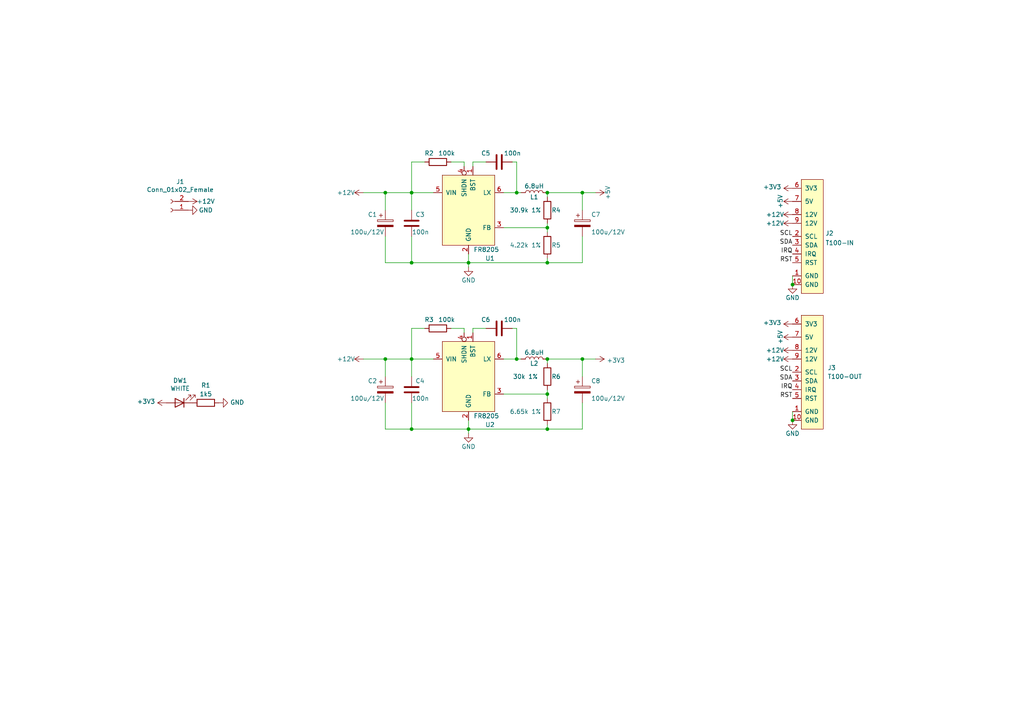
<source format=kicad_sch>
(kicad_sch (version 20210621) (generator eeschema)
  (paper "A4")
  (lib_symbols
    (symbol "Connector:Conn_01x02_Female" (pin_names (offset 1.016) hide)
      (property "Reference" "J" (at 0 2.54 0))
      (property "Value" "Conn_01x02_Female" (at 0 -5.08 0))
      (symbol "Conn_01x02_Female_1_1"
        (arc (start 0 -2.032) (mid -0.508 -2.54) (end 0 -3.048) (stroke (width 0.1524)))
        (polyline (pts (xy -1.27 -2.54) (xy -0.508 -2.54)) (stroke (width 0.1524)))
        (polyline (pts (xy -1.27 0) (xy -0.508 0)) (stroke (width 0.1524)))
        (arc (start 0 0.508) (mid -0.508 0) (end 0 -0.508) (stroke (width 0.1524)))
        (pin passive line (at -5.08 0 0) (length 3.81) (name "Pin_1") (number "1"))
        (pin passive line (at -5.08 -2.54 0) (length 3.81) (name "Pin_2") (number "2"))
      )
    )
    (symbol "Device:C" (pin_numbers hide) (pin_names (offset 0.254))
      (property "Reference" "C" (at 0.635 2.54 0))
      (property "Value" "C" (at 0.635 -2.54 0))
      (symbol "C_0_1"
        (polyline (pts (xy -2.032 -0.762) (xy 2.032 -0.762)) (stroke (width 0.508)))
        (polyline (pts (xy -2.032 0.762) (xy 2.032 0.762)) (stroke (width 0.508)))
      )
      (symbol "C_1_1"
        (pin passive line (at 0 3.81 270) (length 2.794) (name "~") (number "1"))
        (pin passive line (at 0 -3.81 90) (length 2.794) (name "~") (number "2"))
      )
    )
    (symbol "Device:C_Polarized" (pin_numbers hide) (pin_names (offset 0.254))
      (property "Reference" "C" (at 0.635 2.54 0))
      (property "Value" "C_Polarized" (at 0.635 -2.54 0))
      (symbol "C_Polarized_0_1"
        (rectangle (start -2.286 0.508) (end 2.286 1.016))
        (polyline (pts (xy -1.778 2.286) (xy -0.762 2.286)))
        (polyline (pts (xy -1.27 2.794) (xy -1.27 1.778)))
        (rectangle (start 2.286 -0.508) (end -2.286 -1.016) (fill (type outline)))
      )
      (symbol "C_Polarized_1_1"
        (pin passive line (at 0 3.81 270) (length 2.794) (name "~") (number "1"))
        (pin passive line (at 0 -3.81 90) (length 2.794) (name "~") (number "2"))
      )
    )
    (symbol "Device:L" (pin_numbers hide) (pin_names (offset 1.016) hide)
      (property "Reference" "L" (at -1.27 0 90))
      (property "Value" "L" (at 1.905 0 90))
      (symbol "L_0_1"
        (arc (start 0 -2.54) (mid 0.635 -1.905) (end 0 -1.27))
        (arc (start 0 -1.27) (mid 0.635 -0.635) (end 0 0))
        (arc (start 0 0) (mid 0.635 0.635) (end 0 1.27))
        (arc (start 0 1.27) (mid 0.635 1.905) (end 0 2.54))
      )
      (symbol "L_1_1"
        (pin passive line (at 0 3.81 270) (length 1.27) (name "1") (number "1"))
        (pin passive line (at 0 -3.81 90) (length 1.27) (name "2") (number "2"))
      )
    )
    (symbol "Device:LED" (pin_numbers hide) (pin_names (offset 1.016) hide)
      (property "Reference" "D" (at 0 2.54 0))
      (property "Value" "LED" (at 0 -2.54 0))
      (symbol "LED_0_1"
        (polyline (pts (xy -1.27 -1.27) (xy -1.27 1.27)) (stroke (width 0.254)))
        (polyline (pts (xy -1.27 0) (xy 1.27 0)))
        (polyline (pts (xy 1.27 -1.27) (xy 1.27 1.27) (xy -1.27 0) (xy 1.27 -1.27)) (stroke (width 0.254)))
        (polyline (pts (xy -3.048 -0.762) (xy -4.572 -2.286) (xy -3.81 -2.286) (xy -4.572 -2.286) (xy -4.572 -1.524)))
        (polyline (pts (xy -1.778 -0.762) (xy -3.302 -2.286) (xy -2.54 -2.286) (xy -3.302 -2.286) (xy -3.302 -1.524)))
      )
      (symbol "LED_1_1"
        (pin passive line (at -3.81 0 0) (length 2.54) (name "K") (number "1"))
        (pin passive line (at 3.81 0 180) (length 2.54) (name "A") (number "2"))
      )
    )
    (symbol "Device:R" (pin_numbers hide) (pin_names (offset 0))
      (property "Reference" "R" (at 2.032 0 90))
      (property "Value" "R" (at 0 0 90))
      (symbol "R_0_1"
        (rectangle (start -1.016 -2.54) (end 1.016 2.54) (stroke (width 0.254)))
      )
      (symbol "R_1_1"
        (pin passive line (at 0 3.81 270) (length 1.27) (name "~") (number "1"))
        (pin passive line (at 0 -3.81 90) (length 1.27) (name "~") (number "2"))
      )
    )
    (symbol "Drake:FR8205" (pin_names (offset 1.016))
      (property "Reference" "U" (at 6.35 13.97 0))
      (property "Value" "FR8205" (at 5.08 -8.89 0))
      (symbol "FR8205_0_1"
        (rectangle (start 7.62 -7.62) (end -7.62 12.7) (fill (type background)))
      )
      (symbol "FR8205_1_1"
        (pin bidirectional line (at 1.27 15.24 270) (length 2.54) (name "BST") (number "1"))
        (pin power_in line (at 0 -10.16 90) (length 2.54) (name "GND") (number "2"))
        (pin input line (at 10.16 -2.54 180) (length 2.54) (name "FB") (number "3"))
        (pin input inverted (at -1.27 15.24 270) (length 2.54) (name "SHDN") (number "4"))
        (pin power_in line (at -10.16 7.62 0) (length 2.54) (name "VIN") (number "5"))
        (pin power_out line (at 10.16 7.62 180) (length 2.54) (name "LX") (number "6"))
      )
    )
    (symbol "Drake:T100-IN" (pin_names (offset 1.016))
      (property "Reference" "J" (at -3.81 -17.78 0))
      (property "Value" "T100-IN" (at -2.54 17.78 0))
      (symbol "T100-IN_0_0"
        (pin power_out line (at 2.54 -11.43 180) (length 2.54) (name "GND") (number "1"))
        (pin power_in line (at 2.54 -13.97 180) (length 2.54) (name "GND") (number "10"))
        (pin output line (at 2.54 0 180) (length 2.54) (name "SCL") (number "2"))
        (pin bidirectional line (at 2.54 -2.54 180) (length 2.54) (name "SDA") (number "3"))
        (pin bidirectional line (at 2.54 -5.08 180) (length 2.54) (name "IRQ") (number "4"))
        (pin bidirectional line (at 2.54 -7.62 180) (length 2.54) (name "RST") (number "5"))
        (pin power_out line (at 2.54 13.97 180) (length 2.54) (name "3V3") (number "6"))
        (pin power_out line (at 2.54 10.16 180) (length 2.54) (name "5V") (number "7"))
        (pin power_out line (at 2.54 6.35 180) (length 2.54) (name "12V") (number "8"))
        (pin power_in line (at 2.54 3.81 180) (length 2.54) (name "12V") (number "9"))
      )
      (symbol "T100-IN_0_1"
        (rectangle (start 0 16.51) (end -6.35 -16.51) (fill (type background)))
      )
    )
    (symbol "Drake:T100-OUT" (pin_names (offset 1.016))
      (property "Reference" "J" (at 1.27 -17.78 0))
      (property "Value" "T100-OUT" (at 3.81 17.78 0))
      (symbol "T100-OUT_0_0"
        (pin power_in line (at -2.54 -11.43 0) (length 2.54) (name "GND") (number "1"))
        (pin power_in line (at -2.54 -13.97 0) (length 2.54) (name "GND") (number "10"))
        (pin input line (at -2.54 0 0) (length 2.54) (name "SCL") (number "2"))
        (pin bidirectional line (at -2.54 -2.54 0) (length 2.54) (name "SDA") (number "3"))
        (pin bidirectional line (at -2.54 -5.08 0) (length 2.54) (name "IRQ") (number "4"))
        (pin bidirectional line (at -2.54 -7.62 0) (length 2.54) (name "RST") (number "5"))
        (pin power_in line (at -2.54 13.97 0) (length 2.54) (name "3V3") (number "6"))
        (pin power_in line (at -2.54 10.16 0) (length 2.54) (name "5V") (number "7"))
        (pin power_in line (at -2.54 6.35 0) (length 2.54) (name "12V") (number "8"))
        (pin power_in line (at -2.54 3.81 0) (length 2.54) (name "12V") (number "9"))
      )
      (symbol "T100-OUT_0_1"
        (rectangle (start 6.35 16.51) (end 0 -16.51) (fill (type background)))
      )
    )
    (symbol "power:+12V" (power) (pin_names (offset 0))
      (property "Value" "+12V" (at 0 3.556 0))
      (symbol "+12V_0_1"
        (polyline (pts (xy -0.762 1.27) (xy 0 2.54)))
        (polyline (pts (xy 0 0) (xy 0 2.54)))
        (polyline (pts (xy 0 2.54) (xy 0.762 1.27)))
      )
      (symbol "+12V_1_1"
        (pin power_in line (at 0 0 90) (length 0) hide (name "+12V") (number "1"))
      )
    )
    (symbol "power:+3V3" (power) (pin_names (offset 0))
      (property "Value" "+3V3" (at 0 3.556 0))
      (symbol "+3V3_0_1"
        (polyline (pts (xy -0.762 1.27) (xy 0 2.54)))
        (polyline (pts (xy 0 0) (xy 0 2.54)))
        (polyline (pts (xy 0 2.54) (xy 0.762 1.27)))
      )
      (symbol "+3V3_1_1"
        (pin power_in line (at 0 0 90) (length 0) hide (name "+3V3") (number "1"))
      )
    )
    (symbol "power:+5V" (power) (pin_names (offset 0))
      (property "Value" "+5V" (at 0 3.556 0))
      (symbol "+5V_0_1"
        (polyline (pts (xy -0.762 1.27) (xy 0 2.54)))
        (polyline (pts (xy 0 0) (xy 0 2.54)))
        (polyline (pts (xy 0 2.54) (xy 0.762 1.27)))
      )
      (symbol "+5V_1_1"
        (pin power_in line (at 0 0 90) (length 0) hide (name "+5V") (number "1"))
      )
    )
    (symbol "power:GND" (power) (pin_names (offset 0))
      (property "Value" "GND" (at 0 -3.81 0))
      (symbol "GND_0_1"
        (polyline (pts (xy 0 0) (xy 0 -1.27) (xy 1.27 -1.27) (xy 0 -2.54) (xy -1.27 -1.27) (xy 0 -1.27)))
      )
      (symbol "GND_1_1"
        (pin power_in line (at 0 0 270) (length 0) hide (name "GND") (number "1"))
      )
    )
  )
  (junction (at 158.75 104.14))
  (junction (at 158.75 76.2))
  (junction (at 119.38 104.14))
  (junction (at 149.86 55.88))
  (junction (at 158.75 114.3))
  (junction (at 158.75 124.46))
  (junction (at 168.91 55.88))
  (junction (at 119.38 55.88))
  (junction (at 119.38 124.46))
  (junction (at 111.76 104.14))
  (junction (at 229.87 121.92))
  (junction (at 135.89 124.46))
  (junction (at 111.76 55.88))
  (junction (at 168.91 104.14))
  (junction (at 135.89 76.2))
  (junction (at 119.38 76.2))
  (junction (at 149.86 104.14))
  (junction (at 158.75 66.04))
  (junction (at 229.87 82.55))
  (junction (at 158.75 55.88))
  (wire (pts (xy 149.86 95.25) (xy 148.59 95.25)))
  (wire (pts (xy 130.81 95.25) (xy 134.62 95.25)))
  (wire (pts (xy 146.05 114.3) (xy 158.75 114.3)))
  (wire (pts (xy 119.38 109.22) (xy 119.38 104.14)))
  (wire (pts (xy 135.89 124.46) (xy 158.75 124.46)))
  (wire (pts (xy 149.86 104.14) (xy 149.86 95.25)))
  (wire (pts (xy 146.05 55.88) (xy 149.86 55.88)))
  (wire (pts (xy 149.86 104.14) (xy 151.13 104.14)))
  (wire (pts (xy 123.19 95.25) (xy 119.38 95.25)))
  (wire (pts (xy 135.89 77.47) (xy 135.89 76.2)))
  (wire (pts (xy 119.38 116.84) (xy 119.38 124.46)))
  (wire (pts (xy 158.75 123.19) (xy 158.75 124.46)))
  (wire (pts (xy 146.05 66.04) (xy 158.75 66.04)))
  (wire (pts (xy 119.38 55.88) (xy 125.73 55.88)))
  (wire (pts (xy 146.05 104.14) (xy 149.86 104.14)))
  (wire (pts (xy 229.87 119.38) (xy 229.87 121.92)))
  (wire (pts (xy 111.76 60.96) (xy 111.76 55.88)))
  (wire (pts (xy 158.75 57.15) (xy 158.75 55.88)))
  (wire (pts (xy 111.76 68.58) (xy 111.76 76.2)))
  (wire (pts (xy 135.89 76.2) (xy 158.75 76.2)))
  (wire (pts (xy 119.38 124.46) (xy 135.89 124.46)))
  (wire (pts (xy 119.38 76.2) (xy 135.89 76.2)))
  (wire (pts (xy 158.75 74.93) (xy 158.75 76.2)))
  (wire (pts (xy 168.91 76.2) (xy 158.75 76.2)))
  (wire (pts (xy 158.75 105.41) (xy 158.75 104.14)))
  (wire (pts (xy 135.89 125.73) (xy 135.89 124.46)))
  (wire (pts (xy 134.62 95.25) (xy 134.62 96.52)))
  (wire (pts (xy 168.91 109.22) (xy 168.91 104.14)))
  (wire (pts (xy 137.16 96.52) (xy 137.16 95.25)))
  (wire (pts (xy 119.38 104.14) (xy 125.73 104.14)))
  (wire (pts (xy 105.41 55.88) (xy 111.76 55.88)))
  (wire (pts (xy 168.91 104.14) (xy 172.72 104.14)))
  (wire (pts (xy 119.38 95.25) (xy 119.38 104.14)))
  (wire (pts (xy 168.91 68.58) (xy 168.91 76.2)))
  (wire (pts (xy 111.76 116.84) (xy 111.76 124.46)))
  (wire (pts (xy 111.76 55.88) (xy 119.38 55.88)))
  (wire (pts (xy 168.91 60.96) (xy 168.91 55.88)))
  (wire (pts (xy 130.81 46.99) (xy 134.62 46.99)))
  (wire (pts (xy 229.87 80.01) (xy 229.87 82.55)))
  (wire (pts (xy 158.75 66.04) (xy 158.75 67.31)))
  (wire (pts (xy 137.16 48.26) (xy 137.16 46.99)))
  (wire (pts (xy 137.16 95.25) (xy 140.97 95.25)))
  (wire (pts (xy 158.75 114.3) (xy 158.75 115.57)))
  (wire (pts (xy 123.19 46.99) (xy 119.38 46.99)))
  (wire (pts (xy 168.91 116.84) (xy 168.91 124.46)))
  (wire (pts (xy 158.75 104.14) (xy 168.91 104.14)))
  (wire (pts (xy 149.86 46.99) (xy 148.59 46.99)))
  (wire (pts (xy 119.38 46.99) (xy 119.38 55.88)))
  (wire (pts (xy 111.76 109.22) (xy 111.76 104.14)))
  (wire (pts (xy 137.16 46.99) (xy 140.97 46.99)))
  (wire (pts (xy 105.41 104.14) (xy 111.76 104.14)))
  (wire (pts (xy 134.62 46.99) (xy 134.62 48.26)))
  (wire (pts (xy 119.38 68.58) (xy 119.38 76.2)))
  (wire (pts (xy 168.91 124.46) (xy 158.75 124.46)))
  (wire (pts (xy 135.89 121.92) (xy 135.89 124.46)))
  (wire (pts (xy 158.75 114.3) (xy 158.75 113.03)))
  (wire (pts (xy 158.75 66.04) (xy 158.75 64.77)))
  (wire (pts (xy 119.38 60.96) (xy 119.38 55.88)))
  (wire (pts (xy 135.89 73.66) (xy 135.89 76.2)))
  (wire (pts (xy 149.86 55.88) (xy 151.13 55.88)))
  (wire (pts (xy 111.76 124.46) (xy 119.38 124.46)))
  (wire (pts (xy 168.91 55.88) (xy 172.72 55.88)))
  (wire (pts (xy 111.76 104.14) (xy 119.38 104.14)))
  (wire (pts (xy 158.75 55.88) (xy 168.91 55.88)))
  (wire (pts (xy 111.76 76.2) (xy 119.38 76.2)))
  (wire (pts (xy 149.86 55.88) (xy 149.86 46.99)))
  (label "RST" (at 229.87 76.2 180))
  (label "SCL" (at 229.87 107.95 180))
  (label "IRQ" (at 229.87 113.03 180))
  (label "RST" (at 229.87 115.57 180))
  (label "IRQ" (at 229.87 73.66 180))
  (label "SCL" (at 229.87 68.58 180))
  (label "SDA" (at 229.87 110.49 180))
  (label "SDA" (at 229.87 71.12 180))
  (symbol (lib_id "power:GND") (at 54.61 60.96 90) (unit 1)
    (property "Reference" "#PWR03" (effects hide))
    (property "Value" "GND" (at 59.69 60.96 90))
  )
  (symbol (lib_id "power:+12V") (at 54.61 58.42 270) (unit 1)
    (property "Reference" "#PWR02" (effects hide))
    (property "Value" "+12V" (at 59.69 58.42 90))
  )
  (symbol (lib_id "Drake:FR8205") (at 135.89 63.5 0) (unit 1)
    (property "Reference" "U1" (at 143.51 74.93 0) (effects (justify right)))
    (property "Value" "FR8205" (at 144.78 72.39 0) (effects (justify right)))
    (property "Footprint" "Package_TO_SOT_SMD:SOT-23-6" (effects hide))
    (property "Datasheet" "https://datasheet.lcsc.com/szlcsc/FR8205AS6CTR_C172765.pdf" (effects hide))
  )
  (symbol (lib_id "power:+12V") (at 105.41 55.88 90) (unit 1)
    (property "Reference" "#PWR08" (effects hide))
    (property "Value" "+12V" (at 100.33 55.88 90))
  )
  (symbol (lib_id "Device:C_Polarized") (at 111.76 64.77 0) (unit 1)
    (property "Reference" "C1" (at 106.68 62.23 0) (effects (justify left)))
    (property "Value" "100u/12V" (at 101.6 67.31 0) (effects (justify left)))
    (property "Footprint" "Capacitor_SMD:CP_Elec_6.3x5.4" (effects hide))
  )
  (symbol (lib_id "Device:C") (at 119.38 64.77 180) (unit 1)
    (property "Reference" "C3" (at 123.19 62.23 0) (effects (justify left)))
    (property "Value" "100n" (at 124.46 67.31 0) (effects (justify left)))
    (property "Footprint" "Capacitor_SMD:C_0805_2012Metric" (effects hide))
  )
  (symbol (lib_id "power:GND") (at 135.89 77.47 0) (unit 1)
    (property "Reference" "#PWR010" (effects hide))
    (property "Value" "GND" (at 135.89 81.28 0))
  )
  (symbol (lib_id "Device:R") (at 127 46.99 270) (unit 1)
    (property "Reference" "R2" (at 124.46 44.45 90))
    (property "Value" "100k" (at 129.54 44.45 90))
    (property "Footprint" "Resistor_SMD:R_0805_2012Metric" (effects hide))
  )
  (symbol (lib_id "Device:C") (at 144.78 46.99 90) (unit 1)
    (property "Reference" "C5" (at 142.24 44.45 90) (effects (justify left)))
    (property "Value" "100n" (at 151.13 44.45 90) (effects (justify left)))
    (property "Footprint" "Capacitor_SMD:C_0805_2012Metric" (effects hide))
  )
  (symbol (lib_id "Device:L") (at 154.94 55.88 90) (unit 1)
    (property "Reference" "L1" (at 154.94 57.15 90))
    (property "Value" "6.8uH" (at 154.94 53.975 90))
    (property "Footprint" "Drake:CKCS6028" (effects hide))
  )
  (symbol (lib_id "Device:R") (at 158.75 60.96 180) (unit 1)
    (property "Reference" "R4" (at 161.29 60.96 0))
    (property "Value" "30.9k 1%" (at 152.4 60.96 0))
    (property "Footprint" "Resistor_SMD:R_0805_2012Metric" (effects hide))
  )
  (symbol (lib_id "Device:R") (at 158.75 71.12 180) (unit 1)
    (property "Reference" "R5" (at 161.29 71.12 0))
    (property "Value" "4.22k 1%" (at 152.4 71.12 0))
    (property "Footprint" "Resistor_SMD:R_0805_2012Metric" (effects hide))
  )
  (symbol (lib_id "Device:C_Polarized") (at 168.91 64.77 0) (unit 1)
    (property "Reference" "C7" (at 171.45 62.23 0) (effects (justify left)))
    (property "Value" "100u/12V" (at 171.45 67.31 0) (effects (justify left)))
    (property "Footprint" "Capacitor_SMD:CP_Elec_6.3x5.4" (effects hide))
  )
  (symbol (lib_id "power:+5V") (at 172.72 55.88 270) (unit 1)
    (property "Reference" "#PWR012" (effects hide))
    (property "Value" "+5V" (at 176.276 55.88 0))
  )
  (symbol (lib_id "Connector:Conn_01x02_Female") (at 49.53 60.96 180) (unit 1)
    (property "Reference" "J1" (at 52.2732 52.705 0))
    (property "Value" "Conn_01x02_Female" (at 52.2732 55.0164 0))
    (property "Footprint" "Drake:DG235-3.81-02P" (effects hide))
  )
  (symbol (lib_id "power:+12V") (at 105.41 104.14 90) (unit 1)
    (property "Reference" "#PWR09" (effects hide))
    (property "Value" "+12V" (at 100.33 104.14 90))
  )
  (symbol (lib_id "Device:C_Polarized") (at 111.76 113.03 0) (unit 1)
    (property "Reference" "C2" (at 106.68 110.49 0) (effects (justify left)))
    (property "Value" "100u/12V" (at 101.6 115.57 0) (effects (justify left)))
    (property "Footprint" "Capacitor_SMD:CP_Elec_6.3x5.4" (effects hide))
  )
  (symbol (lib_id "Device:C") (at 119.38 113.03 180) (unit 1)
    (property "Reference" "C4" (at 123.19 110.49 0) (effects (justify left)))
    (property "Value" "100n" (at 124.46 115.57 0) (effects (justify left)))
    (property "Footprint" "Capacitor_SMD:C_0805_2012Metric" (effects hide))
  )
  (symbol (lib_id "power:GND") (at 135.89 125.73 0) (unit 1)
    (property "Reference" "#PWR011" (effects hide))
    (property "Value" "GND" (at 135.89 129.54 0))
  )
  (symbol (lib_id "Device:R") (at 127 95.25 270) (unit 1)
    (property "Reference" "R3" (at 124.46 92.71 90))
    (property "Value" "100k" (at 129.54 92.71 90))
    (property "Footprint" "Resistor_SMD:R_0805_2012Metric" (effects hide))
  )
  (symbol (lib_id "Device:C") (at 144.78 95.25 90) (unit 1)
    (property "Reference" "C6" (at 142.24 92.71 90) (effects (justify left)))
    (property "Value" "100n" (at 151.13 92.71 90) (effects (justify left)))
    (property "Footprint" "Capacitor_SMD:C_0805_2012Metric" (effects hide))
  )
  (symbol (lib_id "Device:L") (at 154.94 104.14 90) (unit 1)
    (property "Reference" "L2" (at 154.94 105.41 90))
    (property "Value" "6.8uH" (at 154.94 102.235 90))
    (property "Footprint" "Drake:CKCS6028" (effects hide))
  )
  (symbol (lib_id "Device:R") (at 158.75 109.22 180) (unit 1)
    (property "Reference" "R6" (at 161.29 109.22 0))
    (property "Value" "30k 1%" (at 152.4 109.22 0))
    (property "Footprint" "Resistor_SMD:R_0805_2012Metric" (effects hide))
  )
  (symbol (lib_id "Device:R") (at 158.75 119.38 180) (unit 1)
    (property "Reference" "R7" (at 161.29 119.38 0))
    (property "Value" "6.65k 1%" (at 152.4 119.38 0))
    (property "Footprint" "Resistor_SMD:R_0805_2012Metric" (effects hide))
  )
  (symbol (lib_id "Drake:FR8205") (at 135.89 111.76 0) (unit 1)
    (property "Reference" "U2" (at 143.51 123.19 0) (effects (justify right)))
    (property "Value" "FR8205" (at 144.78 120.65 0) (effects (justify right)))
    (property "Footprint" "Package_TO_SOT_SMD:SOT-23-6" (effects hide))
    (property "Datasheet" "https://datasheet.lcsc.com/szlcsc/FR8205AS6CTR_C172765.pdf" (effects hide))
  )
  (symbol (lib_id "Device:C_Polarized") (at 168.91 113.03 0) (unit 1)
    (property "Reference" "C8" (at 171.45 110.49 0) (effects (justify left)))
    (property "Value" "100u/12V" (at 171.45 115.57 0) (effects (justify left)))
    (property "Footprint" "Capacitor_SMD:CP_Elec_6.3x5.4" (effects hide))
  )
  (symbol (lib_id "power:+3V3") (at 172.72 104.14 270) (unit 1)
    (property "Reference" "#PWR013" (effects hide))
    (property "Value" "+3V3" (at 175.9712 104.521 90) (effects (justify left)))
  )
  (symbol (lib_id "Drake:T100-OUT") (at 232.41 107.95 0) (unit 1)
    (property "Reference" "J3" (at 240.03 106.68 0) (effects (justify left)))
    (property "Value" "T100-OUT" (at 240.03 109.22 0) (effects (justify left)))
    (property "Footprint" "Connector_PinSocket_2.54mm:PinSocket_1x10_P2.54mm_Horizontal" (effects hide))
  )
  (symbol (lib_id "power:+5V") (at 229.87 97.79 90) (unit 1)
    (property "Reference" "#PWR020" (effects hide))
    (property "Value" "+5V" (at 226.314 97.79 0))
  )
  (symbol (lib_id "power:+3V3") (at 229.87 93.98 90) (unit 1)
    (property "Reference" "#PWR019" (effects hide))
    (property "Value" "+3V3" (at 226.6188 93.599 90) (effects (justify left)))
  )
  (symbol (lib_id "power:+12V") (at 229.87 101.6 90) (unit 1)
    (property "Reference" "#PWR021" (effects hide))
    (property "Value" "+12V" (at 224.79 101.6 90))
  )
  (symbol (lib_id "power:+12V") (at 229.87 104.14 90) (unit 1)
    (property "Reference" "#PWR022" (effects hide))
    (property "Value" "+12V" (at 224.79 104.14 90))
  )
  (symbol (lib_id "power:GND") (at 229.87 121.92 0) (unit 1)
    (property "Reference" "#PWR023" (effects hide))
    (property "Value" "GND" (at 229.87 125.73 0))
  )
  (symbol (lib_id "power:+3V3") (at 48.26 116.84 90) (unit 1)
    (property "Reference" "#PWR01" (effects hide))
    (property "Value" "+3V3" (at 45.0088 116.459 90) (effects (justify left)))
  )
  (symbol (lib_id "Device:R") (at 59.69 116.84 90) (unit 1)
    (property "Reference" "R1" (at 59.69 111.76 90))
    (property "Value" "1k5" (at 59.69 114.3 90))
    (property "Footprint" "Resistor_SMD:R_0805_2012Metric" (effects hide))
  )
  (symbol (lib_id "Device:LED") (at 52.07 116.84 180) (unit 1)
    (property "Reference" "DW1" (at 52.2478 110.363 0))
    (property "Value" "WHITE" (at 52.2478 112.6744 0))
    (property "Footprint" "LED_SMD:LED_0805_2012Metric_Pad1.15x1.40mm_HandSolder" (effects hide))
  )
  (symbol (lib_id "power:GND") (at 63.5 116.84 90) (unit 1)
    (property "Reference" "#PWR07" (effects hide))
    (property "Value" "GND" (at 66.7512 116.713 90) (effects (justify right)))
  )
  (symbol (lib_id "power:+5V") (at 229.87 58.42 90) (unit 1)
    (property "Reference" "#PWR015" (effects hide))
    (property "Value" "+5V" (at 226.314 58.42 0))
  )
  (symbol (lib_id "Drake:T100-IN") (at 232.41 68.58 0) (mirror y) (unit 1)
    (property "Reference" "J2" (at 239.395 67.6715 0) (effects (justify right)))
    (property "Value" "T100-IN" (at 239.395 70.4466 0) (effects (justify right)))
    (property "Footprint" "Connector_PinHeader_2.54mm:PinHeader_1x10_P2.54mm_Horizontal" (effects hide))
  )
  (symbol (lib_id "power:+12V") (at 229.87 62.23 90) (unit 1)
    (property "Reference" "#PWR016" (effects hide))
    (property "Value" "+12V" (at 224.79 62.23 90))
  )
  (symbol (lib_id "power:GND") (at 229.87 82.55 0) (unit 1)
    (property "Reference" "#PWR018" (effects hide))
    (property "Value" "GND" (at 229.87 86.36 0))
  )
  (symbol (lib_id "power:+12V") (at 229.87 64.77 90) (unit 1)
    (property "Reference" "#PWR017" (effects hide))
    (property "Value" "+12V" (at 224.79 64.77 90))
  )
  (symbol (lib_id "power:+3V3") (at 229.87 54.61 90) (unit 1)
    (property "Reference" "#PWR014" (effects hide))
    (property "Value" "+3V3" (at 226.6188 54.229 90) (effects (justify left)))
  )
)
</source>
